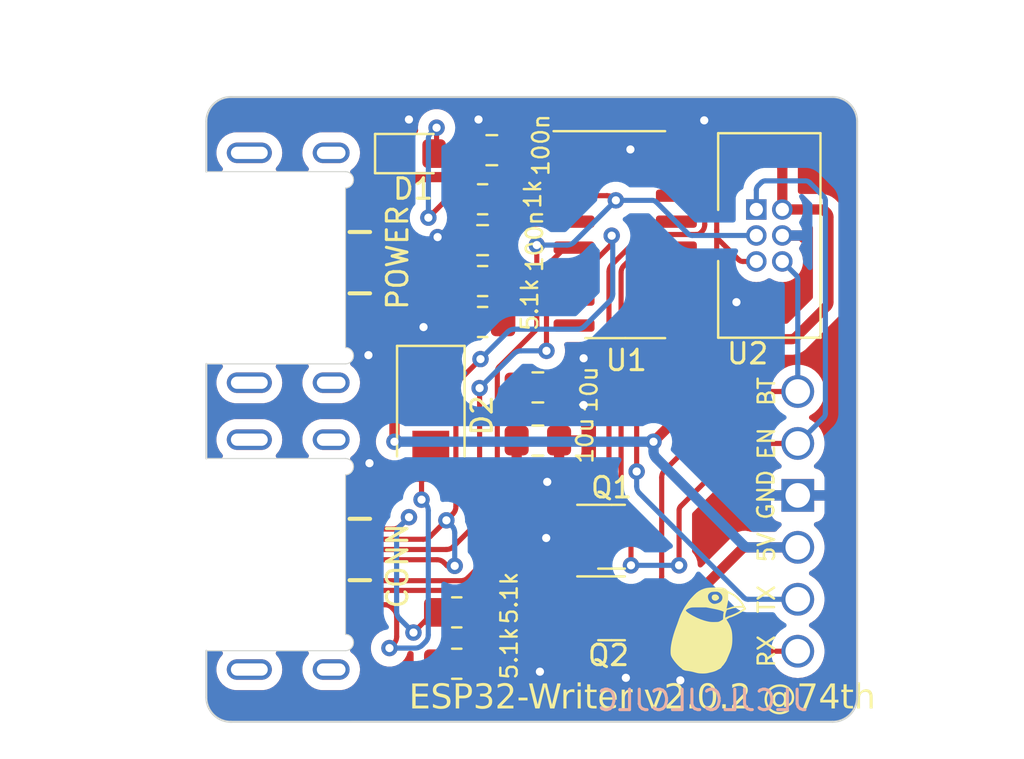
<source format=kicad_pcb>
(kicad_pcb (version 20221018) (generator pcbnew)
  (layers (0 "F.Cu" signal) (31 "B.Cu" signal) (34 "B.Paste" user) (35 "F.Paste" user) (36 "B.SilkS" user "B.Silkscreen") (37 "F.SilkS" user "F.Silkscreen") (38 "B.Mask" user) (39 "F.Mask" user) (44 "Edge.Cuts" user))
  (net 0 "")
  (net 1 "+5V")
  (net 2 "GND")
  (net 3 "+3.3V")
  (net 4 "Net-(D1-A)")
  (net 5 "Net-(D2-A)")
  (net 8 "Net-(J1-CC1)")
  (net 9 "Net-(J1-CC2)")
  (net 10 "RXD")
  (net 11 "TXD")
  (net 12 "RESET")
  (net 13 "BOOT")
  (net 14 "DM")
  (net 15 "DP")
  (net 16 "Net-(J3-CC1)")
  (net 17 "Net-(J3-CC2)")
  (net 18 "RTS")
  (net 19 "DTR")
  (footprint "$74th:Capacitor_0805_2012" (layer "F.Cu") (at 82.6 76)
    (fp_text reference "C1" hide)
    (fp_text value "10u" (at 2.5032 0.1016 90) (layer "F.SilkS") (effects (font (size 0.8 0.8) (thickness 0.12))))
    (pad "1" smd roundrect (at -1.0375 0) (size 1.175 1.45) (layers "F.Cu" "F.Paste" "F.Mask") (roundrect_rratio 0.2127659574) (net 1 "+5V"))
    (pad "2" smd roundrect (at 1.0375 0) (size 1.175 1.45) (layers "F.Cu" "F.Paste" "F.Mask") (roundrect_rratio 0.2127659574) (net 2 "GND"))
  )
  (footprint "$74th:USB-C-12-Pin-MidMount-ali-v4" (layer "F.Cu") (at 66.4 70.15 -90)
    (fp_text reference "J1" hide)
    (fp_text value "USB2.0_C")
    (fp_line (start -4.7 -6.8) (end -4.7 0) (stroke (width 0.05)) (layer "Edge.Cuts"))
    (fp_line (start 3.9 -6.8) (end -3.9 -6.8) (stroke (width 0.05)) (layer "Edge.Cuts"))
    (fp_line (start 4.7 -6.8) (end 4.7 0) (stroke (width 0.05)) (layer "Edge.Cuts"))
    (fp_arc (start -4.7 -6.8) (mid -4.3 -7.193079) (end -3.9 -6.8) (stroke (width 0.05)) (layer "Edge.Cuts"))
    (fp_arc (start 3.9 -6.8) (mid 4.3 -7.193079) (end 4.7 -6.8) (stroke (width 0.05)) (layer "Edge.Cuts"))
    (pad "" thru_hole oval (at -5.62 -6.1 90) (size 1 1.8) (drill oval 0.6 1.4) (layers "*.Cu" "*.Mask"))
    (pad "" thru_hole oval (at -5.62 -2.1 90) (size 1 2.2) (drill oval 0.6 1.8) (layers "*.Cu" "*.Mask"))
    (pad "" thru_hole oval (at 5.62 -6.1 90) (size 1 1.8) (drill oval 0.6 1.4) (layers "*.Cu" "*.Mask"))
    (pad "" thru_hole oval (at 5.62 -2.1 90) (size 1 2.2) (drill oval 0.6 1.8) (layers "*.Cu" "*.Mask"))
    (pad "1" smd rect (at -2.45 -7.4 90) (size 0.575 1.2) (layers "F.Cu" "F.Paste" "F.Mask") (net 1 "+5V"))
    (pad "1" smd rect (at 2.45 -7.4 90) (size 0.575 1.2) (layers "F.Cu" "F.Paste" "F.Mask") (net 1 "+5V"))
    (pad "2" smd rect (at -0.75 -7.4 90) (size 0.3 1.2) (layers "F.Cu" "F.Paste" "F.Mask"))
    (pad "2" smd rect (at 0.25 -7.4 90) (size 0.3 1.2) (layers "F.Cu" "F.Paste" "F.Mask"))
    (pad "3" smd rect (at -0.25 -7.4 90) (size 0.3 1.2) (layers "F.Cu" "F.Paste" "F.Mask"))
    (pad "3" smd rect (at 0.75 -7.4 90) (size 0.3 1.2) (layers "F.Cu" "F.Paste" "F.Mask"))
    (pad "4" smd rect (at -3.225 -7.4 90) (size 0.575 1.2) (layers "F.Cu" "F.Paste" "F.Mask") (net 2 "GND"))
    (pad "4" smd rect (at 3.225 -7.4 90) (size 0.575 1.2) (layers "F.Cu" "F.Paste" "F.Mask") (net 2 "GND"))
    (pad "5" smd rect (at -1.25 -7.4 90) (size 0.3 1.2) (layers "F.Cu" "F.Paste" "F.Mask") (net 8 "Net-(J1-CC1)"))
    (pad "6" smd rect (at 1.75 -7.4 90) (size 0.3 1.2) (layers "F.Cu" "F.Paste" "F.Mask") (net 9 "Net-(J1-CC2)"))
  )
  (footprint "$74th:74th-5mm" (layer "F.Cu") (at 90.8 88.1)
    (fp_text reference "G***" hide)
    (fp_text value "LOGO" hide)
  )
  (footprint "$74th:Register_0805_2012" (layer "F.Cu") (at 78.6368 87)
    (fp_text reference "R4" hide)
    (fp_text value "5.1k" (at 2.5632 -0.7 90) (layer "F.SilkS") (effects (font (size 0.8 0.8) (thickness 0.12))))
    (pad "1" smd roundrect (at -1 0) (size 1.2 1.4) (layers "F.Cu" "F.Paste" "F.Mask") (roundrect_rratio 0.2083333333) (net 16 "Net-(J3-CC1)"))
    (pad "2" smd roundrect (at 1 0) (size 1.2 1.4) (layers "F.Cu" "F.Paste" "F.Mask") (roundrect_rratio 0.2083333333) (net 2 "GND"))
  )
  (footprint "$74th:Capacitor_0805_2012" (layer "F.Cu") (at 82.6 78.6)
    (fp_text reference "C4" hide)
    (fp_text value "10u" (at 2.3 0 90) (layer "F.SilkS") (effects (font (size 0.8 0.8) (thickness 0.12))))
    (pad "1" smd roundrect (at -1.0375 0) (size 1.175 1.45) (layers "F.Cu" "F.Paste" "F.Mask") (roundrect_rratio 0.2127659574) (net 1 "+5V"))
    (pad "2" smd roundrect (at 1.0375 0) (size 1.175 1.45) (layers "F.Cu" "F.Paste" "F.Mask") (roundrect_rratio 0.2127659574) (net 2 "GND"))
  )
  (footprint "$74th:Register_0805_2012" (layer "F.Cu") (at 79.9 70.8)
    (fp_text reference "R1" hide)
    (fp_text value "5.1k" hide)
    (pad "1" smd roundrect (at -1 0) (size 1.2 1.4) (layers "F.Cu" "F.Paste" "F.Mask") (roundrect_rratio 0.2083333333) (net 8 "Net-(J1-CC1)"))
    (pad "2" smd roundrect (at 1 0) (size 1.2 1.4) (layers "F.Cu" "F.Paste" "F.Mask") (roundrect_rratio 0.2083333333) (net 2 "GND"))
  )
  (footprint "Package_TO_SOT_SMD:SOT-23" (layer "F.Cu") (at 86.2 86.8)
    (fp_text reference "Q2" (at -0.15 2.3) (layer "F.SilkS"))
    (fp_text value "2N7002")
    (pad "1" smd roundrect (at -0.9375 -0.95) (size 1.475 0.6) (layers "F.Cu" "F.Paste" "F.Mask") (net 18 "RTS"))
    (pad "2" smd roundrect (at -0.9375 0.95) (size 1.475 0.6) (layers "F.Cu" "F.Paste" "F.Mask") (net 19 "DTR"))
    (pad "3" smd roundrect (at 0.9375 0) (size 1.475 0.6) (layers "F.Cu" "F.Paste" "F.Mask") (net 13 "BOOT"))
  )
  (footprint "$74th:Capacitor_0805_2012" (layer "F.Cu") (at 79.9 68.8 180)
    (fp_text reference "C2" hide)
    (fp_text value "100n" (at -2.54 -0.0508 90) (layer "F.SilkS") (effects (font (size 0.8 0.8) (thickness 0.12))))
    (pad "1" smd roundrect (at -1.0375 0 180) (size 1.175 1.45) (layers "F.Cu" "F.Paste" "F.Mask") (roundrect_rratio 0.2127659574) (net 3 "+3.3V"))
    (pad "2" smd roundrect (at 1.0375 0 180) (size 1.175 1.45) (layers "F.Cu" "F.Paste" "F.Mask") (roundrect_rratio 0.2127659574) (net 2 "GND"))
  )
  (footprint "$74th:LED_0805_2012Metric_Pad1.15x1.40mm_HandSolder" (layer "F.Cu") (at 76.5048 64.5668)
    (fp_text reference "D1" (at 0 1.7272) (layer "F.SilkS"))
    (fp_text value "LED")
    (pad "1" smd roundrect (at -1.025 0) (size 1.15 1.4) (layers "F.Cu" "F.Paste" "F.Mask") (roundrect_rratio 0.2173913043) (net 2 "GND"))
    (pad "2" smd roundrect (at 1.025 0) (size 1.15 1.4) (layers "F.Cu" "F.Paste" "F.Mask") (roundrect_rratio 0.2173913043) (net 4 "Net-(D1-A)"))
  )
  (footprint "$74th:USB-C-12-Pin-MidMount-ali-v4" (layer "F.Cu") (at 66.4 84.175 -90)
    (fp_text reference "J3" hide)
    (fp_text value "USB2.0_C")
    (fp_line (start -4.7 -6.8) (end -4.7 0) (stroke (width 0.05)) (layer "Edge.Cuts"))
    (fp_line (start 3.9 -6.8) (end -3.9 -6.8) (stroke (width 0.05)) (layer "Edge.Cuts"))
    (fp_line (start 4.7 -6.8) (end 4.7 0) (stroke (width 0.05)) (layer "Edge.Cuts"))
    (fp_arc (start -4.7 -6.8) (mid -4.3 -7.193079) (end -3.9 -6.8) (stroke (width 0.05)) (layer "Edge.Cuts"))
    (fp_arc (start 3.9 -6.8) (mid 4.3 -7.193079) (end 4.7 -6.8) (stroke (width 0.05)) (layer "Edge.Cuts"))
    (pad "" thru_hole oval (at -5.62 -6.1 90) (size 1 1.8) (drill oval 0.6 1.4) (layers "*.Cu" "*.Mask"))
    (pad "" thru_hole oval (at -5.62 -2.1 90) (size 1 2.2) (drill oval 0.6 1.8) (layers "*.Cu" "*.Mask"))
    (pad "" thru_hole oval (at 5.62 -6.1 90) (size 1 1.8) (drill oval 0.6 1.4) (layers "*.Cu" "*.Mask"))
    (pad "" thru_hole oval (at 5.62 -2.1 90) (size 1 2.2) (drill oval 0.6 1.8) (layers "*.Cu" "*.Mask"))
    (pad "1" smd rect (at -2.45 -7.4 90) (size 0.575 1.2) (layers "F.Cu" "F.Paste" "F.Mask") (net 5 "Net-(D2-A)"))
    (pad "1" smd rect (at 2.45 -7.4 90) (size 0.575 1.2) (layers "F.Cu" "F.Paste" "F.Mask") (net 5 "Net-(D2-A)"))
    (pad "2" smd rect (at -0.75 -7.4 90) (size 0.3 1.2) (layers "F.Cu" "F.Paste" "F.Mask") (net 14 "DM"))
    (pad "2" smd rect (at 0.25 -7.4 90) (size 0.3 1.2) (layers "F.Cu" "F.Paste" "F.Mask") (net 14 "DM"))
    (pad "3" smd rect (at -0.25 -7.4 90) (size 0.3 1.2) (layers "F.Cu" "F.Paste" "F.Mask") (net 15 "DP"))
    (pad "3" smd rect (at 0.75 -7.4 90) (size 0.3 1.2) (layers "F.Cu" "F.Paste" "F.Mask") (net 15 "DP"))
    (pad "4" smd rect (at -3.225 -7.4 90) (size 0.575 1.2) (layers "F.Cu" "F.Paste" "F.Mask") (net 2 "GND"))
    (pad "4" smd rect (at 3.225 -7.4 90) (size 0.575 1.2) (layers "F.Cu" "F.Paste" "F.Mask") (net 2 "GND"))
    (pad "5" smd rect (at -1.25 -7.4 90) (size 0.3 1.2) (layers "F.Cu" "F.Paste" "F.Mask") (net 16 "Net-(J3-CC1)"))
    (pad "6" smd rect (at 1.75 -7.4 90) (size 0.3 1.2) (layers "F.Cu" "F.Paste" "F.Mask") (net 17 "Net-(J3-CC2)"))
  )
  (footprint "$74th:D_SMA" (layer "F.Cu") (at 77.3684 77.3684 -90)
    (fp_text reference "D2" (at 0 -2.5 90) (layer "F.SilkS"))
    (fp_text value "D_Schottky")
    (pad "1" smd rect (at -2 0 270) (size 2.5 1.8) (layers "F.Cu" "F.Paste" "F.Mask") (net 1 "+5V"))
    (pad "2" smd rect (at 2 0 270) (size 2.5 1.8) (layers "F.Cu" "F.Paste" "F.Mask") (net 5 "Net-(D2-A)"))
  )
  (footprint "$74th:BoxPinHeader_2x03_P1.27mm_Vertical" (layer "F.Cu") (at 93.91 68.57)
    (fp_text reference "U2" (at -1.06 5.78) (layer "F.SilkS"))
    (fp_text value "ESP-Prog-ProgramCOM-SEND")
    (pad "1" thru_hole rect (at -0.635 -1.27) (size 1 1) (drill 0.65) (layers "*.Cu" "*.Mask") (net 12 "RESET"))
    (pad "2" thru_hole oval (at 0.635 -1.27) (size 1 1) (drill 0.65) (layers "*.Cu" "*.Mask") (net 1 "+5V"))
    (pad "3" thru_hole oval (at -0.635 0) (size 1 1) (drill 0.65) (layers "*.Cu" "*.Mask") (net 10 "RXD"))
    (pad "4" thru_hole oval (at 0.635 0) (size 1 1) (drill 0.65) (layers "*.Cu" "*.Mask") (net 2 "GND"))
    (pad "5" thru_hole oval (at -0.635 1.27) (size 1 1) (drill 0.65) (layers "*.Cu" "*.Mask") (net 11 "TXD"))
    (pad "6" thru_hole oval (at 0.635 1.27) (size 1 1) (drill 0.65) (layers "*.Cu" "*.Mask") (net 13 "BOOT"))
  )
  (footprint "$74th:Register_0805_2012" (layer "F.Cu") (at 79.9 72.8)
    (fp_text reference "R2" hide)
    (fp_text value "5.1k" (at 2.3 -0.85 90) (layer "F.SilkS") (effects (font (size 0.8 0.8) (thickness 0.12))))
    (pad "1" smd roundrect (at -1 0) (size 1.2 1.4) (layers "F.Cu" "F.Paste" "F.Mask") (roundrect_rratio 0.2083333333) (net 9 "Net-(J1-CC2)"))
    (pad "2" smd roundrect (at 1 0) (size 1.2 1.4) (layers "F.Cu" "F.Paste" "F.Mask") (roundrect_rratio 0.2083333333) (net 2 "GND"))
  )
  (footprint "Package_SO:SOP-16_3.9x9.9mm_P1.27mm" (layer "F.Cu") (at 86.868 68.5292)
    (fp_text reference "U1" (at 0.0508 6.1468) (layer "F.SilkS"))
    (fp_text value "CH340C")
    (pad "1" smd roundrect (at -2.5 -4.445) (size 2 0.6) (layers "F.Cu" "F.Paste" "F.Mask") (net 2 "GND"))
    (pad "2" smd roundrect (at -2.5 -3.175) (size 2 0.6) (layers "F.Cu" "F.Paste" "F.Mask") (net 11 "TXD"))
    (pad "3" smd roundrect (at -2.5 -1.905) (size 2 0.6) (layers "F.Cu" "F.Paste" "F.Mask") (net 10 "RXD"))
    (pad "4" smd roundrect (at -2.5 -0.635) (size 2 0.6) (layers "F.Cu" "F.Paste" "F.Mask") (net 3 "+3.3V"))
    (pad "5" smd roundrect (at -2.5 0.635) (size 2 0.6) (layers "F.Cu" "F.Paste" "F.Mask") (net 15 "DP"))
    (pad "6" smd roundrect (at -2.5 1.905) (size 2 0.6) (layers "F.Cu" "F.Paste" "F.Mask") (net 14 "DM"))
    (pad "7" smd roundrect (at -2.5 3.175) (size 2 0.6) (layers "F.Cu" "F.Paste" "F.Mask"))
    (pad "8" smd roundrect (at -2.5 4.445) (size 2 0.6) (layers "F.Cu" "F.Paste" "F.Mask"))
    (pad "9" smd roundrect (at 2.5 4.445) (size 2 0.6) (layers "F.Cu" "F.Paste" "F.Mask"))
    (pad "10" smd roundrect (at 2.5 3.175) (size 2 0.6) (layers "F.Cu" "F.Paste" "F.Mask"))
    (pad "11" smd roundrect (at 2.5 1.905) (size 2 0.6) (layers "F.Cu" "F.Paste" "F.Mask"))
    (pad "12" smd roundrect (at 2.5 0.635) (size 2 0.6) (layers "F.Cu" "F.Paste" "F.Mask"))
    (pad "13" smd roundrect (at 2.5 -0.635) (size 2 0.6) (layers "F.Cu" "F.Paste" "F.Mask") (net 19 "DTR"))
    (pad "14" smd roundrect (at 2.5 -1.905) (size 2 0.6) (layers "F.Cu" "F.Paste" "F.Mask") (net 18 "RTS"))
    (pad "15" smd roundrect (at 2.5 -3.175) (size 2 0.6) (layers "F.Cu" "F.Paste" "F.Mask"))
    (pad "16" smd roundrect (at 2.5 -4.445) (size 2 0.6) (layers "F.Cu" "F.Paste" "F.Mask") (net 1 "+5V"))
  )
  (footprint "$74th:Register_0805_2012" (layer "F.Cu") (at 78.6368 89.5112)
    (fp_text reference "R5" hide)
    (fp_text value "5.1k" (at 2.5632 -0.5112 90) (layer "F.SilkS") (effects (font (size 0.8 0.8) (thickness 0.12))))
    (pad "1" smd roundrect (at -1 0) (size 1.2 1.4) (layers "F.Cu" "F.Paste" "F.Mask") (roundrect_rratio 0.2083333333) (net 17 "Net-(J3-CC2)"))
    (pad "2" smd roundrect (at 1 0) (size 1.2 1.4) (layers "F.Cu" "F.Paste" "F.Mask") (roundrect_rratio 0.2083333333) (net 2 "GND"))
  )
  (footprint "esp32-dev-board:UART" (layer "F.Cu") (at 94.03 90.17 90)
    (fp_text reference "J2")
    (fp_text value "UART-OUTPUT")
    (fp_text user "GND" (at 8.92 -0.28 90 unlocked) (layer "F.SilkS") (effects (font (size 0.8 0.8) (thickness 0.12))))
    (fp_text user "BT" (at 13.97 -0.254 90 unlocked) (layer "F.SilkS") (effects (font (size 0.8 0.8) (thickness 0.12))))
    (fp_text user "TX" (at 3.81 -0.254 90 unlocked) (layer "F.SilkS") (effects (font (size 0.8 0.8) (thickness 0.12))))
    (fp_text user "EN" (at 11.43 -0.254 90 unlocked) (layer "F.SilkS") (effects (font (size 0.8 0.8) (thickness 0.12))))
    (fp_text user "RX" (at 1.27 -0.254 90 unlocked) (layer "F.SilkS") (effects (font (size 0.8 0.8) (thickness 0.12))))
    (fp_text user "5V" (at 6.35 -0.254 90 unlocked) (layer "F.SilkS") (effects (font (size 0.8 0.8) (thickness 0.12))))
    (pad "1" thru_hole circle (at 1.27 1.27 180) (size 1.6 1.6) (drill 1.2) (layers "*.Cu" "*.Mask") (net 10 "RXD"))
    (pad "2" thru_hole circle (at 3.81 1.27 180) (size 1.6 1.6) (drill 1.2) (layers "*.Cu" "*.Mask") (net 11 "TXD"))
    (pad "3" thru_hole circle (at 6.35 1.27 180) (size 1.6 1.6) (drill 1.2) (layers "*.Cu" "*.Mask") (net 1 "+5V"))
    (pad "4" thru_hole rect (at 8.89 1.27 180) (size 1.6 1.6) (drill 1.2) (layers "*.Cu" "*.Mask") (net 2 "GND"))
    (pad "5" thru_hole circle (at 11.43 1.27 180) (size 1.6 1.6) (drill 1.2) (layers "*.Cu" "*.Mask") (net 12 "RESET"))
    (pad "6" thru_hole circle (at 13.97 1.27 180) (size 1.6 1.6) (drill 1.2) (layers "*.Cu" "*.Mask") (net 13 "BOOT"))
  )
  (footprint "Package_TO_SOT_SMD:SOT-23" (layer "F.Cu") (at 86.2 83.3)
    (fp_text reference "Q1" (at 0 -2.4) (layer "F.SilkS"))
    (fp_text value "2N7002")
    (pad "1" smd roundrect (at -0.9375 -0.95) (size 1.475 0.6) (layers "F.Cu" "F.Paste" "F.Mask") (net 19 "DTR"))
    (pad "2" smd roundrect (at -0.9375 0.95) (size 1.475 0.6) (layers "F.Cu" "F.Paste" "F.Mask") (net 18 "RTS"))
    (pad "3" smd roundrect (at 0.9375 0) (size 1.475 0.6) (layers "F.Cu" "F.Paste" "F.Mask") (net 12 "RESET"))
  )
  (footprint "$74th:Register_0805_2012" (layer "F.Cu") (at 79.9 66.8 180)
    (fp_text reference "R3" hide)
    (fp_text value "1k" (at -2.45 0.25 270) (layer "F.SilkS") (effects (font (size 0.8 0.8) (thickness 0.12))))
    (pad "1" smd roundrect (at -1 0 180) (size 1.2 1.4) (layers "F.Cu" "F.Paste" "F.Mask") (roundrect_rratio 0.2083333333) (net 1 "+5V"))
    (pad "2" smd roundrect (at 1 0 180) (size 1.2 1.4) (layers "F.Cu" "F.Paste" "F.Mask") (roundrect_rratio 0.2083333333) (net 4 "Net-(D1-A)"))
  )
  (footprint "$74th:Capacitor_0805_2012" (layer "F.Cu") (at 80.35 64.4 180)
    (fp_text reference "C3" hide)
    (fp_text value "100n" (at -2.4 0.25 90) (layer "F.SilkS") (effects (font (size 0.8 0.8) (thickness 0.12))))
    (pad "1" smd roundrect (at -1.0375 0 180) (size 1.175 1.45) (layers "F.Cu" "F.Paste" "F.Mask") (roundrect_rratio 0.2127659574) (net 1 "+5V"))
    (pad "2" smd roundrect (at 1.0375 0 180) (size 1.175 1.45) (layers "F.Cu" "F.Paste" "F.Mask") (roundrect_rratio 0.2127659574) (net 2 "GND"))
  )
  (gr_line (start 66.4 63) (end 66.4 65.45) (stroke (width 0.1)) (layer "Edge.Cuts"))
  (gr_line (start 66.4 74.85) (end 66.4 79.475) (stroke (width 0.1)) (layer "Edge.Cuts"))
  (gr_arc (start 66.4 63) (mid 66.751472 62.151472) (end 67.6 61.8) (stroke (width 0.1)) (layer "Edge.Cuts"))
  (gr_line (start 66.4 88.875) (end 66.4 91.151984) (stroke (width 0.1)) (layer "Edge.Cuts"))
  (gr_line (start 67.6 61.8) (end 97 61.8) (stroke (width 0.1)) (layer "Edge.Cuts"))
  (gr_arc (start 97 61.8) (mid 97.848528 62.151472) (end 98.2 63) (stroke (width 0.1)) (layer "Edge.Cuts"))
  (gr_line (start 98.2 63) (end 98.2 91.15) (stroke (width 0.1)) (layer "Edge.Cuts"))
  (gr_arc (start 67.6 92.350512) (mid 66.751552 92) (end 66.4 91.151984) (stroke (width 0.1)) (layer "Edge.Cuts"))
  (gr_line (start 67.6 92.350512) (end 97 92.35) (stroke (width 0.1)) (layer "Edge.Cuts"))
  (gr_arc (start 98.2 91.15) (mid 97.848528 91.998528) (end 97 92.35) (stroke (width 0.1)) (layer "Edge.Cuts"))
  (gr_text "JLCJLCJLCJLC\n" (at 90.65 91.3) (layer "B.SilkS") (effects (font (size 1 1)) (justify mirror)))
  (gr_text "ESP32-Writer v2.0.2 @74th" (at 87.7 91.2) (layer "F.SilkS") (effects (font (size 1.2 1.2))))
  (gr_text "CONN" (at 75.7428 84.7344 90) (layer "F.SilkS") (effects (font (size 1 1))))
  (gr_text "POWER" (at 75.7428 69.6468 90) (layer "F.SilkS") (effects (font (size 1 1))))
  (segment (start 84.284553 88.382253) (end 81.708946 85.806646) (width 0.5) (layer "F.Cu") (net 1))
  (segment (start 75.751247 72.751247) (end 75.853554 72.853554) (width 0.5) (layer "F.Cu") (net 1))
  (segment (start 87.734193 88.5287) (end 84.638107 88.5287) (width 0.5) (layer "F.Cu") (net 1))
  (segment (start 93.385917 73.643147) (end 94.982589 73.643147) (width 0.5) (layer "F.Cu") (net 1))
  (segment (start 75.2952 72.6048) (end 75.397693 72.6048) (width 0.5) (layer "F.Cu") (net 1))
  (segment (start 75.5916 76.002007) (end 75.5916 78.6546) (width 0.5) (layer "F.Cu") (net 1))
  (segment (start 76.1 66.950688) (end 76.1 66.324264) (width 0.5) (layer "F.Cu") (net 1))
  (segment (start 81.5625 76) (end 81.5625 78.6) (width 0.5) (layer "F.Cu") (net 1))
  (segment (start 83.241207 63.3047) (end 88.381393 63.3047) (width 0.5) (layer "F.Cu") (net 1))
  (segment (start 88.734947 63.451147) (end 89.368 64.0842) (width 0.5) (layer "F.Cu") (net 1))
  (segment (start 95.194721 73.555279) (end 96.712132 72.037868) (width 0.5) (layer "F.Cu") (net 1))
  (segment (start 79.762868 65.662868) (end 80.9 66.8) (width 0.5) (layer "F.Cu") (net 1))
  (segment (start 74.1976 72.6048) (end 75.2952 72.6048) (width 0.5) (layer "F.Cu") (net 1))
  (segment (start 96.712132 67.462132) (end 96.637868 67.387868) (width 0.5) (layer "F.Cu") (net 1))
  (segment (start 88.2502 78.6546) (end 93.173785 73.731015) (width 0.5) (layer "F.Cu") (net 1))
  (segment (start 92.75 83.82) (end 95.3 83.82) (width 0.5) (layer "F.Cu") (net 1))
  (segment (start 78.335051 65.575) (end 79.550736 65.575) (width 0.5) (layer "F.Cu") (net 1))
  (segment (start 75.2952 72.6048) (end 75.4729 72.6048) (width 0.5) (layer "F.Cu") (net 1))
  (segment (start 81.5625 85.453093) (end 81.5625 78.6) (width 0.5) (layer "F.Cu") (net 1))
  (segment (start 76.495332 65.804668) (end 76.187868 66.112132) (width 0.5) (layer "F.Cu") (net 1))
  (segment (start 76.146447 74.146447) (end 77.3684 75.3684) (width 0.5) (layer "F.Cu") (net 1))
  (segment (start 77.3684 75.3684) (end 76.225207 75.3684) (width 0.5) (layer "F.Cu") (net 1))
  (segment (start 94.545 67.3) (end 94.545 65.269264) (width 0.5) (layer "F.Cu") (net 1))
  (segment (start 81.712132 64.924632) (end 81.3875 64.6) (width 0.5) (layer "F.Cu") (net 1))
  (segment (start 75.871653 75.514847) (end 75.738046 75.648454) (width 0.5) (layer "F.Cu") (net 1))
  (segment (start 96.8 71.825736) (end 96.8 67.674264) (width 0.5) (layer "F.Cu") (net 1))
  (segment (start 81.8 65.775736) (end 81.8 65.136764) (width 0.5) (layer "F.Cu") (net 1))
  (segment (start 89.368 64.0842) (end 93.359936 64.0842) (width 0.5) (layer "F.Cu") (net 1))
  (segment (start 94.457132 65.057132) (end 93.572068 64.172068) (width 0.5) (layer "F.Cu") (net 1))
  (segment (start 92.7 83.77) (end 92.75 83.82) (width 0.5) (layer "F.Cu") (net 1))
  (segment (start 80.9 66.8) (end 81.712132 65.987868) (width 0.5) (layer "F.Cu") (net 1))
  (segment (start 74.1976 67.7048) (end 75.265793 67.7048) (width 0.5) (layer "F.Cu") (net 1))
  (segment (start 76 73.207107) (end 76 73.792893) (width 0.5) (layer "F.Cu") (net 1))
  (segment (start 75.571608 67.603344) (end 76.012132 67.16282) (width 0.5) (layer "F.Cu") (net 1))
  (segment (start 96.425736 67.3) (end 94.545 67.3) (width 0.5) (layer "F.Cu") (net 1))
  (segment (start 78.193251 65.7168) (end 76.707464 65.7168) (width 0.5) (layer "F.Cu") (net 1))
  (segment (start 81.7196 64.6192) (end 82.887654 63.451146) (width 0.5) (layer "F.Cu") (net 1))
  (segment (start 92.7 83.77) (end 88.087746 88.382254) (width 0.5) (layer "F.Cu") (net 1))
  (via (at 75.5916 78.6546) (size 0.8) (drill 0.4) (layers "F.Cu" "B.Cu") (net 1))
  (via (at 88.2502 78.6546) (size 0.8) (drill 0.4) (layers "F.Cu" "B.Cu") (net 1))
  (arc (start 79.762868 65.662868) (mid 79.665541 65.597836) (end 79.550736 65.575) (width 0.5) (layer "F.Cu") (net 1))
  (arc (start 75.871653 75.514847) (mid 76.033865 75.40646) (end 76.225207 75.3684) (width 0.5) (layer "F.Cu") (net 1))
  (arc (start 95.194721 73.555279) (mid 95.097394 73.620311) (end 94.982589 73.643147) (width 0.5) (layer "F.Cu") (net 1))
  (arc (start 96.712132 72.037868) (mid 96.777164 71.940541) (end 96.8 71.825736) (width 0.5) (layer "F.Cu") (net 1))
  (arc (start 76.187868 66.112132) (mid 76.122836 66.209459) (end 76.1 66.324264) (width 0.5) (layer "F.Cu") (net 1))
  (arc (start 76.707464 65.7168) (mid 76.592659 65.739636) (end 76.495332 65.804668) (width 0.5) (layer "F.Cu") (net 1))
  (arc (start 75.5916 76.002007) (mid 75.62966 75.810666) (end 75.738046 75.648454) (width 0.5) (layer "F.Cu") (net 1))
  (arc (start 75.265793 67.7048) (mid 75.426514 67.678267) (end 75.571608 67.603344) (width 0.5) (layer "F.Cu") (net 1))
  (arc (start 88.381393 63.3047) (mid 88.572735 63.34276) (end 88.734947 63.451147) (width 0.5) (layer "F.Cu") (net 1))
  (arc (start 83.241207 63.3047) (mid 83.049866 63.34276) (end 82.887654 63.451146) (width 0.5) (layer "F.Cu") (net 1))
  (arc (start 75.397693 72.6048) (mid 75.589035 72.64286) (end 75.751247 72.751247) (width 0.5) (layer "F.Cu") (net 1))
  (arc (start 93.173785 73.731015) (mid 93.271112 73.665983) (end 93.385917 73.643147) (width 0.5) (layer "F.Cu") (net 1))
  (arc (start 96.712132 67.462132) (mid 96.777164 67.559459) (end 96.8 67.674264) (width 0.5) (layer "F.Cu") (net 1))
  (arc (start 94.545 65.269264) (mid 94.522164 65.154459) (end 94.457132 65.057132) (width 0.5) (layer "F.Cu") (net 1))
  (arc (start 76.146447 74.146447) (mid 76.03806 73.984235) (end 76 73.792893) (width 0.5) (layer "F.Cu") (net 1))
  (arc (start 96.425736 67.3) (mid 96.540541 67.322836) (end 96.637868 67.387868) (width 0.5) (layer "F.Cu") (net 1))
  (arc (start 84.284553 88.382253) (mid 84.446765 88.49064) (end 84.638107 88.5287) (width 0.5) (layer "F.Cu") (net 1))
  (arc (start 88.087746 88.382254) (mid 87.925534 88.49064) (end 87.734193 88.5287) (width 0.5) (layer "F.Cu") (net 1))
  (arc (start 76.012132 67.16282) (mid 76.077164 67.065493) (end 76.1 66.950688) (width 0.5) (layer "F.Cu") (net 1))
  (arc (start 81.712132 65.987868) (mid 81.777164 65.890541) (end 81.8 65.775736) (width 0.5) (layer "F.Cu") (net 1))
  (arc (start 76 73.207107) (mid 75.96194 73.015766) (end 75.853554 72.853554) (width 0.5) (layer "F.Cu") (net 1))
  (arc (start 81.5625 85.453093) (mid 81.60056 85.644434) (end 81.708946 85.806646) (width 0.5) (layer "F.Cu") (net 1))
  (arc (start 81.8 65.136764) (mid 81.777164 65.021959) (end 81.712132 64.924632) (width 0.5) (layer "F.Cu") (net 1))
  (arc (start 93.359936 64.0842) (mid 93.474741 64.107036) (end 93.572068 64.172068) (width 0.5) (layer "F.Cu") (net 1))
  (segment (start 88.396646 79.466646) (end 92.662132 83.732132) (width 0.5) (layer "B.Cu") (net 1))
  (segment (start 88.2502 78.6546) (end 75.5916 78.6546) (width 0.5) (layer "B.Cu") (net 1))
  (segment (start 92.874264 83.82) (end 95.3 83.82) (width 0.5) (layer "B.Cu") (net 1))
  (segment (start 88.2502 78.6546) (end 88.2502 79.113093) (width 0.5) (layer "B.Cu") (net 1))
  (arc (start 92.874264 83.82) (mid 92.759459 83.797164) (end 92.662132 83.732132) (width 0.5) (layer "B.Cu") (net 1))
  (arc (start 88.2502 79.113093) (mid 88.28826 79.304434) (end 88.396646 79.466646) (width 0.5) (layer "B.Cu") (net 1))
  (segment (start 83.6375 76) (end 84.9 76) (width 0.5) (layer "F.Cu") (net 2))
  (segment (start 85.1 75.8) (end 85.1 74.8384) (width 0.5) (layer "F.Cu") (net 2))
  (segment (start 82.7 89.1) (end 80.4696 86.8696) (width 0.5) (layer "F.Cu") (net 2))
  (segment (start 82.7 89.9) (end 82.7 89.1) (width 0.5) (layer "F.Cu") (net 2))
  (segment (start 80.95 70.7) (end 80.7625 70.7) (width 0.5) (layer "F.Cu") (net 2))
  (segment (start 80.4696 86.8696) (end 79.6368 86.8696) (width 0.5) (layer "F.Cu") (net 2))
  (segment (start 79.3125 63.2875) (end 79.7 62.9) (width 0.5) (layer "F.Cu") (net 2))
  (segment (start 94.545 68.57) (end 95.47 68.57) (width 0.5) (layer "F.Cu") (net 2))
  (segment (start 80.7625 70.7) (end 78.8625 68.8) (width 0.5) (layer "F.Cu") (net 2))
  (segment (start 84.9 76) (end 85.1 75.8) (width 0.5) (layer "F.Cu") (net 2))
  (segment (start 95.47 68.57) (end 95.6 68.7) (width 0.5) (layer "F.Cu") (net 2))
  (segment (start 80.95 72.65) (end 80.95 70.7) (width 0.5) (layer "F.Cu") (net 2))
  (segment (start 79.3125 64.4) (end 79.3125 63.2875) (width 0.5) (layer "F.Cu") (net 2))
  (segment (start 84.368 64.0842) (end 86.8426 64.0842) (width 0.25) (layer "F.Cu") (net 2))
  (segment (start 86.8426 64.0842) (end 87.122 64.3636) (width 0.25) (layer "F.Cu") (net 2))
  (segment (start 85.1 74.8384) (end 84.836 74.5744) (width 0.5) (layer "F.Cu") (net 2))
  (via (at 83.058 80.6196) (size 0.8) (drill 0.4) (layers "F.Cu" "B.Cu") (net 2))
  (via (at 77.0128 73.0504) (size 0.8) (drill 0.4) (layers "F.Cu" "B.Cu") (net 2))
  (via (at 77.7 68.65) (size 0.8) (drill 0.4) (layers "F.Cu" "B.Cu") (net 2))
  (via (at 89.5604 90.3224) (size 0.8) (drill 0.4) (layers "F.Cu" "B.Cu") (net 2))
  (via (at 90.7288 62.9412) (size 0.8) (drill 0.4) (layers "F.Cu" "B.Cu") (net 2))
  (via (at 87.122 64.3636) (size 0.8) (drill 0.4) (layers "F.Cu" "B.Cu") (net 2))
  (via (at 84.836 76.8604) (size 0.8) (drill 0.4) (layers "F.Cu" "B.Cu") (net 2))
  (via (at 92.3036 71.8312) (size 0.8) (drill 0.4) (layers "F.Cu" "B.Cu") (net 2))
  (via (at 76.3 62.9) (size 0.8) (drill 0.4) (layers "F.Cu" "B.Cu") (net 2))
  (via (at 74.3204 74.422) (size 0.8) (drill 0.4) (layers "F.Cu" "B.Cu") (net 2))
  (via (at 82.7 89.9) (size 0.8) (drill 0.4) (layers "F.Cu" "B.Cu") (net 2))
  (via (at 74.3712 79.7052) (size 0.8) (drill 0.4) (layers "F.Cu" "B.Cu") (net 2))
  (via (at 84.836 74.5744) (size 0.8) (drill 0.4) (layers "F.Cu" "B.Cu") (net 2))
  (via (at 83.0072 83.3628) (size 0.8) (drill 0.4) (layers "F.Cu" "B.Cu") (net 2))
  (via (at 86.9 90.2) (size 0.8) (drill 0.4) (layers "F.Cu" "B.Cu") (net 2))
  (via (at 79.7 62.9) (size 0.8) (drill 0.4) (layers "F.Cu" "B.Cu") (net 2))
  (segment (start 81.025368 68.504439) (end 81.547739 67.982068) (width 0.5) (layer "F.Cu") (net 3))
  (segment (start 81.759871 67.8942) (end 84.368 67.8942) (width 0.5) (layer "F.Cu") (net 3))
  (segment (start 80.9375 68.8) (end 80.9375 68.716571) (width 0.5) (layer "F.Cu") (net 3))
  (arc (start 81.025368 68.504439) (mid 80.960336 68.601766) (end 80.9375 68.716571) (width 0.5) (layer "F.Cu") (net 3))
  (arc (start 81.759871 67.8942) (mid 81.645066 67.917036) (end 81.547739 67.982068) (width 0.5) (layer "F.Cu") (net 3))
  (segment (start 77.562132 64.534468) (end 77.5298 64.5668) (width 0.25) (layer "F.Cu") (net 4))
  (segment (start 77.65 63.3) (end 77.65 64.322336) (width 0.25) (layer "F.Cu") (net 4))
  (segment (start 78.062132 66.887868) (end 77.25 67.7) (width 0.25) (layer "F.Cu") (net 4))
  (segment (start 78.9 66.8) (end 78.274264 66.8) (width 0.25) (layer "F.Cu") (net 4))
  (via (at 77.65 63.3) (size 0.8) (drill 0.4) (layers "F.Cu" "B.Cu") (net 4))
  (via (at 77.25 67.7) (size 0.8) (drill 0.4) (layers "F.Cu" "B.Cu") (net 4))
  (arc (start 77.562132 64.534468) (mid 77.627164 64.437141) (end 77.65 64.322336) (width 0.25) (layer "F.Cu") (net 4))
  (arc (start 78.062132 66.887868) (mid 78.159459 66.822836) (end 78.274264 66.8) (width 0.25) (layer "F.Cu") (net 4))
  (segment (start 77.337868 63.612132) (end 77.65 63.3) (width 0.25) (layer "B.Cu") (net 4))
  (segment (start 77.25 67.7) (end 77.25 63.824264) (width 0.25) (layer "B.Cu") (net 4))
  (arc (start 77.337868 63.612132) (mid 77.272836 63.709459) (end 77.25 63.824264) (width 0.25) (layer "B.Cu") (net 4))
  (segment (start 74.1976 81.7256) (end 75.167293 81.7256) (width 0.25) (layer "F.Cu") (net 5))
  (segment (start 75.520847 81.579153) (end 75.659304 81.440696) (width 0.25) (layer "F.Cu") (net 5))
  (segment (start 75.472047 86.772047) (end 75.553554 86.853554) (width 0.25) (layer "F.Cu") (net 5))
  (segment (start 75.553553 88.539547) (end 75.3479 88.7452) (width 0.25) (layer "F.Cu") (net 5))
  (segment (start 77.3684 79.3684) (end 76.783 79.3684) (width 0.25) (layer "F.Cu") (net 5))
  (segment (start 75.952197 80.199203) (end 76.783 79.3684) (width 0.25) (layer "F.Cu") (net 5))
  (segment (start 75.7 87.207107) (end 75.7 88.185993) (width 0.25) (layer "F.Cu") (net 5))
  (segment (start 76.783 79.3684) (end 76.827932 79.413332) (width 0.25) (layer "F.Cu") (net 5))
  (segment (start 74.1976 86.6256) (end 75.118493 86.6256) (width 0.25) (layer "F.Cu") (net 5))
  (segment (start 76.9158 79.625464) (end 76.9158 81.489) (width 0.25) (layer "F.Cu") (net 5))
  (segment (start 75.80575 81.087143) (end 75.80575 80.552757) (width 0.25) (layer "F.Cu") (net 5))
  (via (at 76.9158 81.489) (size 0.8) (drill 0.4) (layers "F.Cu" "B.Cu") (net 5))
  (via (at 75.3479 88.7452) (size 0.8) (drill 0.4) (layers "F.Cu" "B.Cu") (net 5))
  (arc (start 75.553553 88.539547) (mid 75.66194 88.377335) (end 75.7 88.185993) (width 0.25) (layer "F.Cu") (net 5))
  (arc (start 76.9158 79.625464) (mid 76.892964 79.510659) (end 76.827932 79.413332) (width 0.25) (layer "F.Cu") (net 5))
  (arc (start 75.472047 86.772047) (mid 75.309835 86.66366) (end 75.118493 86.6256) (width 0.25) (layer "F.Cu") (net 5))
  (arc (start 75.553554 86.853554) (mid 75.66194 87.015766) (end 75.7 87.207107) (width 0.25) (layer "F.Cu") (net 5))
  (arc (start 75.520847 81.579153) (mid 75.358635 81.68754) (end 75.167293 81.7256) (width 0.25) (layer "F.Cu") (net 5))
  (arc (start 75.80575 81.087143) (mid 75.76769 81.278484) (end 75.659304 81.440696) (width 0.25) (layer "F.Cu") (net 5))
  (arc (start 75.952197 80.199203) (mid 75.84381 80.361415) (end 75.80575 80.552757) (width 0.25) (layer "F.Cu") (net 5))
  (segment (start 76.9158 81.489) (end 77.099754 81.672954) (width 0.25) (layer "B.Cu") (net 5))
  (segment (start 77.2462 82.026507) (end 77.2462 88.097893) (width 0.25) (layer "B.Cu") (net 5))
  (segment (start 76.598893 88.7452) (end 75.3479 88.7452) (width 0.25) (layer "B.Cu") (net 5))
  (segment (start 77.099753 88.451447) (end 76.952446 88.598754) (width 0.25) (layer "B.Cu") (net 5))
  (arc (start 77.099753 88.451447) (mid 77.20814 88.289235) (end 77.2462 88.097893) (width 0.25) (layer "B.Cu") (net 5))
  (arc (start 76.952446 88.598754) (mid 76.790234 88.70714) (end 76.598893 88.7452) (width 0.25) (layer "B.Cu") (net 5))
  (arc (start 77.2462 82.026507) (mid 77.20814 81.835166) (end 77.099754 81.672954) (width 0.25) (layer "B.Cu") (net 5))
  (segment (start 78.85 70.8) (end 78.424264 70.8) (width 0.25) (layer "F.Cu") (net 8))
  (segment (start 74.1976 68.9048) (end 76.280536 68.9048) (width 0.25) (layer "F.Cu") (net 8))
  (segment (start 78.212132 70.712132) (end 76.492668 68.992668) (width 0.25) (layer "F.Cu") (net 8))
  (arc (start 78.424264 70.8) (mid 78.309459 70.777164) (end 78.212132 70.712132) (width 0.25) (layer "F.Cu") (net 8))
  (arc (start 76.280536 68.9048) (mid 76.395341 68.927636) (end 76.492668 68.992668) (width 0.25) (layer "F.Cu") (net 8))
  (segment (start 74.1976 71.9048) (end 77.630536 71.9048) (width 0.25) (layer "F.Cu") (net 9))
  (segment (start 78.85 72.75) (end 78.724264 72.75) (width 0.25) (layer "F.Cu") (net 9))
  (segment (start 78.512132 72.662132) (end 77.842668 71.992668) (width 0.25) (layer "F.Cu") (net 9))
  (arc (start 77.842668 71.992668) (mid 77.745341 71.927636) (end 77.630536 71.9048) (width 0.25) (layer "F.Cu") (net 9))
  (arc (start 78.512132 72.662132) (mid 78.609459 72.727164) (end 78.724264 72.75) (width 0.25) (layer "F.Cu") (net 9))
  (segment (start 90.582468 89.017532) (end 90.612132 88.987868) (width 0.25) (layer "F.Cu") (net 10))
  (segment (start 80.6189 75.205364) (end 80.6189 85.403093) (width 0.25) (layer "F.Cu") (net 10))
  (segment (start 86.328647 66.770647) (end 86.4108 66.8528) (width 0.25) (layer "F.Cu") (net 10))
  (segment (start 84.368 66.6242) (end 85.975093 66.6242) (width 0.25) (layer "F.Cu") (net 10))
  (segment (start 82.459832 73.240168) (end 80.706768 74.993232) (width 0.25) (layer "F.Cu") (net 10))
  (segment (start 84.321207 89.1054) (end 90.370336 89.1054) (width 0.25) (layer "F.Cu") (net 10))
  (segment (start 90.824264 88.9) (end 95.3 88.9) (width 0.25) (layer "F.Cu") (net 10))
  (segment (start 80.765347 85.756647) (end 83.967654 88.958954) (width 0.25) (layer "F.Cu") (net 10))
  (segment (start 82.5477 69.0395) (end 82.5477 73.028036) (width 0.25) (layer "F.Cu") (net 10))
  (via (at 82.5477 69.0395) (size 0.8) (drill 0.4) (layers "F.Cu" "B.Cu") (net 10))
  (via (at 86.4108 66.8528) (size 0.8) (drill 0.4) (layers "F.Cu" "B.Cu") (net 10))
  (arc (start 90.370336 89.1054) (mid 90.485141 89.082564) (end 90.582468 89.017532) (width 0.25) (layer "F.Cu") (net 10))
  (arc (start 80.6189 75.205364) (mid 80.641736 75.090559) (end 80.706768 74.993232) (width 0.25) (layer "F.Cu") (net 10))
  (arc (start 83.967654 88.958954) (mid 84.129866 89.06734) (end 84.321207 89.1054) (width 0.25) (layer "F.Cu") (net 10))
  (arc (start 86.328647 66.770647) (mid 86.166435 66.66226) (end 85.975093 66.6242) (width 0.25) (layer "F.Cu") (net 10))
  (arc (start 82.5477 73.028036) (mid 82.524864 73.142841) (end 82.459832 73.240168) (width 0.25) (layer "F.Cu") (net 10))
  (arc (start 80.6189 85.403093) (mid 80.65696 85.594435) (end 80.765347 85.756647) (width 0.25) (layer "F.Cu") (net 10))
  (arc (start 90.612132 88.987868) (mid 90.709459 88.922836) (end 90.824264 88.9) (width 0.25) (layer "F.Cu") (net 10))
  (segment (start 86.4108 66.8528) (end 88.178536 66.8528) (width 0.25) (layer "B.Cu") (net 10))
  (segment (start 86.4108 66.8528) (end 84.370546 68.893054) (width 0.25) (layer "B.Cu") (net 10))
  (segment (start 93.275 68.57) (end 90.144264 68.57) (width 0.25) (layer "B.Cu") (net 10))
  (segment (start 89.932132 68.482132) (end 88.390668 66.940668) (width 0.25) (layer "B.Cu") (net 10))
  (segment (start 84.016993 69.0395) (end 82.5477 69.0395) (width 0.25) (layer "B.Cu") (net 10))
  (arc (start 90.144264 68.57) (mid 90.029459 68.547164) (end 89.932132 68.482132) (width 0.25) (layer "B.Cu") (net 10))
  (arc (start 84.016993 69.0395) (mid 84.208334 69.00144) (end 84.370546 68.893054) (width 0.25) (layer "B.Cu") (net 10))
  (arc (start 88.178536 66.8528) (mid 88.293341 66.875636) (end 88.390668 66.940668) (width 0.25) (layer "B.Cu") (net 10))
  (segment (start 87.039847 65.500647) (end 87.392434 65.853234) (width 0.25) (layer "F.Cu") (net 11))
  (segment (start 93.275 69.84) (end 92.621064 69.84) (width 0.25) (layer "F.Cu") (net 11))
  (segment (start 91.3384 68.2884) (end 91.3384 68.6816) (width 0.25) (layer "F.Cu") (net 11))
  (segment (start 90.976847 67.151647) (end 91.191954 67.366754) (width 0.25) (layer "F.Cu") (net 11))
  (segment (start 91.3384 67.720307) (end 91.3384 68.2884) (width 0.25) (layer "F.Cu") (net 11))
  (segment (start 87.745987 65.99968) (end 90.227373 65.99968) (width 0.25) (layer "F.Cu") (net 11))
  (segment (start 91.191953 73.298447) (end 87.573246 76.917154) (width 0.25) (layer "F.Cu") (net 11))
  (segment (start 92.408932 69.752132) (end 91.3384 68.6816) (width 0.25) (layer "F.Cu") (net 11))
  (segment (start 90.8304 66.602707) (end 90.8304 66.798093) (width 0.25) (layer "F.Cu") (net 11))
  (segment (start 90.580927 66.146127) (end 90.683954 66.249154) (width 0.25) (layer "F.Cu") (net 11))
  (segment (start 84.368 65.3542) (end 86.686293 65.3542) (width 0.25) (layer "F.Cu") (net 11))
  (segment (start 91.3384 68.6816) (end 91.3384 72.944893) (width 0.25) (layer "F.Cu") (net 11))
  (segment (start 87.4268 77.270707) (end 87.4268 80.1116) (width 0.25) (layer "F.Cu") (net 11))
  (via (at 87.4268 80.1116) (size 0.8) (drill 0.4) (layers "F.Cu" "B.Cu") (net 11))
  (arc (start 92.621064 69.84) (mid 92.506259 69.817164) (end 92.408932 69.752132) (width 0.25) (layer "F.Cu") (net 11))
  (arc (start 91.191954 67.366754) (mid 91.30034 67.528966) (end 91.3384 67.720307) (width 0.25) (layer "F.Cu") (net 11))
  (arc (start 90.683954 66.249154) (mid 90.79234 66.411366) (end 90.8304 66.602707) (width 0.25) (layer "F.Cu") (net 11))
  (arc (start 87.745987 65.99968) (mid 87.554646 65.96162) (end 87.392434 65.853234) (width 0.25) (layer "F.Cu") (net 11))
  (arc (start 90.976847 67.151647) (mid 90.86846 66.989435) (end 90.8304 66.798093) (width 0.25) (layer "F.Cu") (net 11))
  (arc (start 90.227373 65.99968) (mid 90.418715 66.03774) (end 90.580927 66.146127) (width 0.25) (layer "F.Cu") (net 11))
  (arc (start 91.191953 73.298447) (mid 91.30034 73.136235) (end 91.3384 72.944893) (width 0.25) (layer "F.Cu") (net 11))
  (arc (start 87.039847 65.500647) (mid 86.877635 65.39226) (end 86.686293 65.3542) (width 0.25) (layer "F.Cu") (net 11))
  (arc (start 87.573246 76.917154) (mid 87.46486 77.079366) (end 87.4268 77.270707) (width 0.25) (layer "F.Cu") (net 11))
  (segment (start 87.4268 80.1116) (end 87.4268 80.829693) (width 0.25) (layer "B.Cu") (net 11))
  (segment (start 92.874264 86.36) (end 95.3 86.36) (width 0.25) (layer "B.Cu") (net 11))
  (segment (start 87.573247 81.183247) (end 92.662132 86.272132) (width 0.25) (layer "B.Cu") (net 11))
  (arc (start 87.4268 80.829693) (mid 87.46486 81.021035) (end 87.573247 81.183247) (width 0.25) (layer "B.Cu") (net 11))
  (arc (start 92.662132 86.272132) (mid 92.759459 86.337164) (end 92.874264 86.36) (width 0.25) (layer "B.Cu") (net 11))
  (segment (start 87.15 83.3125) (end 87.1375 83.3) (width 0.25) (layer "F.Cu") (net 12))
  (segment (start 87.15 84.7) (end 87.15 83.3125) (width 0.25) (layer "F.Cu") (net 12))
  (segment (start 89.5 84.7) (end 89.5 82.014264) (width 0.25) (layer "F.Cu") (net 12))
  (segment (start 89.587868 81.802132) (end 92.562132 78.827868) (width 0.25) (layer "F.Cu") (net 12))
  (segment (start 95.3 78.74) (end 92.774264 78.74) (width 0.25) (layer "F.Cu") (net 12))
  (via (at 87.15 84.7) (size 0.8) (drill 0.4) (layers "F.Cu" "B.Cu") (net 12))
  (via (at 89.5 84.7) (size 0.8) (drill 0.4) (layers "F.Cu" "B.Cu") (net 12))
  (arc (start 92.774264 78.74) (mid 92.659459 78.762836) (end 92.562132 78.827868) (width 0.25) (layer "F.Cu") (net 12))
  (arc (start 89.587868 81.802132) (mid 89.522836 81.899459) (end 89.5 82.014264) (width 0.25) (layer "F.Cu") (net 12))
  (segment (start 95.675736 65.9) (end 93.724264 65.9) (width 0.25) (layer "B.Cu") (net 12))
  (segment (start 96.562132 66.662132) (end 95.887868 65.987868) (width 0.25) (layer "B.Cu") (net 12))
  (segment (start 96.65 77.265736) (end 96.65 66.874264) (width 0.25) (layer "B.Cu") (net 12))
  (segment (start 89.5 84.7) (end 87.15 84.7) (width 0.25) (layer "B.Cu") (net 12))
  (segment (start 93.512132 65.987868) (end 93.362868 66.137132) (width 0.25) (layer "B.Cu") (net 12))
  (segment (start 95.3 78.74) (end 96.562132 77.477868) (width 0.25) (layer "B.Cu") (net 12))
  (segment (start 93.275 66.349264) (end 93.275 67.3) (width 0.25) (layer "B.Cu") (net 12))
  (arc (start 96.65 66.874264) (mid 96.627164 66.759459) (end 96.562132 66.662132) (width 0.25) (layer "B.Cu") (net 12))
  (arc (start 95.675736 65.9) (mid 95.790541 65.922836) (end 95.887868 65.987868) (width 0.25) (layer "B.Cu") (net 12))
  (arc (start 93.724264 65.9) (mid 93.609459 65.922836) (end 93.512132 65.987868) (width 0.25) (layer "B.Cu") (net 12))
  (arc (start 93.275 66.349264) (mid 93.297836 66.234459) (end 93.362868 66.137132) (width 0.25) (layer "B.Cu") (net 12))
  (arc (start 96.562132 77.477868) (mid 96.627164 77.380541) (end 96.65 77.265736) (width 0.25) (layer "B.Cu") (net 12))
  (segment (start 88.65 80.407107) (end 88.65 85.242893) (width 0.25) (layer "F.Cu") (net 13))
  (segment (start 88.503553 85.596447) (end 87.387868 86.712132) (width 0.25) (layer "F.Cu") (net 13))
  (segment (start 92.562132 76.287868) (end 88.796446 80.053554) (width 0.25) (layer "F.Cu") (net 13))
  (segment (start 95.3 76.2) (end 92.774264 76.2) (width 0.25) (layer "F.Cu") (net 13))
  (segment (start 87.175736 86.8) (end 87.1375 86.8) (width 0.25) (layer "F.Cu") (net 13))
  (arc (start 88.796446 80.053554) (mid 88.68806 80.215766) (end 88.65 80.407107) (width 0.25) (layer "F.Cu") (net 13))
  (arc (start 92.562132 76.287868) (mid 92.659459 76.222836) (end 92.774264 76.2) (width 0.25) (layer "F.Cu") (net 13))
  (arc (start 87.387868 86.712132) (mid 87.290541 86.777164) (end 87.175736 86.8) (width 0.25) (layer "F.Cu") (net 13))
  (arc (start 88.65 85.242893) (mid 88.61194 85.434235) (end 88.503553 85.596447) (width 0.25) (layer "F.Cu") (net 13))
  (segment (start 95.3 76.2) (end 95.3 70.719264) (width 0.25) (layer "B.Cu") (net 13))
  (segment (start 95.212132 70.507132) (end 94.545 69.84) (width 0.25) (layer "B.Cu") (net 13))
  (arc (start 95.212132 70.507132) (mid 95.277164 70.604459) (end 95.3 70.719264) (width 0.25) (layer "B.Cu") (net 13))
  (segment (start 86.061153 69.142119) (end 84.915518 70.287754) (width 0.25) (layer "F.Cu") (net 14))
  (segment (start 78.173389 84.726589) (end 78.5368 84.726589) (width 0.25) (layer "F.Cu") (net 14))
  (segment (start 86.2076 68.58) (end 86.2076 68.788565) (width 0.25) (layer "F.Cu") (net 14))
  (segment (start 78.740247 75.671353) (end 79.7966 74.615) (width 0.25) (layer "F.Cu") (net 14))
  (segment (start 74.1976 83.4256) (end 76.996893 83.4256) (width 0.25) (layer "F.Cu") (net 14))
  (segment (start 78.5938 81.828693) (end 78.5938 76.024907) (width 0.25) (layer "F.Cu") (net 14))
  (segment (start 77.350447 83.279153) (end 78.1304 82.4992) (width 0.25) (layer "F.Cu") (net 14))
  (segment (start 78.1304 84.6836) (end 78.173389 84.726589) (width 0.25) (layer "F.Cu") (net 14))
  (segment (start 78.018847 84.572047) (end 78.1304 84.6836) (width 0.25) (layer "F.Cu") (net 14))
  (segment (start 84.561965 70.4342) (end 84.368 70.4342) (width 0.25) (layer "F.Cu") (net 14))
  (segment (start 78.1304 82.4992) (end 78.447354 82.182246) (width 0.25) (layer "F.Cu") (net 14))
  (segment (start 74.1976 84.4256) (end 77.665293 84.4256) (width 0.25) (layer "F.Cu") (net 14))
  (via (at 86.2076 68.58) (size 0.8) (drill 0.4) (layers "F.Cu" "B.Cu") (net 14))
  (via (at 78.1304 82.4992) (size 0.8) (drill 0.4) (layers "F.Cu" "B.Cu") (net 14))
  (via (at 78.5368 84.726589) (size 0.8) (drill 0.4) (layers "F.Cu" "B.Cu") (net 14))
  (via (at 79.7966 74.615) (size 0.8) (drill 0.4) (layers "F.Cu" "B.Cu") (net 14))
  (arc (start 84.915518 70.287754) (mid 84.753306 70.39614) (end 84.561965 70.4342) (width 0.25) (layer "F.Cu") (net 14))
  (arc (start 76.996893 83.4256) (mid 77.188235 83.38754) (end 77.350447 83.279153) (width 0.25) (layer "F.Cu") (net 14))
  (arc (start 78.740247 75.671353) (mid 78.63186 75.833565) (end 78.5938 76.024907) (width 0.25) (layer "F.Cu") (net 14))
  (arc (start 78.447354 82.182246) (mid 78.55574 82.020034) (end 78.5938 81.828693) (width 0.25) (layer "F.Cu") (net 14))
  (arc (start 86.2076 68.788565) (mid 86.16954 68.979907) (end 86.061153 69.142119) (width 0.25) (layer "F.Cu") (net 14))
  (arc (start 77.665293 84.4256) (mid 77.856635 84.46366) (end 78.018847 84.572047) (width 0.25) (layer "F.Cu") (net 14))
  (segment (start 78.390353 82.759153) (end 78.1304 82.4992) (width 0.25) (layer "B.Cu") (net 14))
  (segment (start 86.2584 71.420893) (end 86.2584 68.6308) (width 0.25) (layer "B.Cu") (net 14))
  (segment (start 78.5368 84.726589) (end 78.5368 83.112707) (width 0.25) (layer "B.Cu") (net 14))
  (segment (start 79.7966 74.615) (end 81.113154 73.298446) (width 0.25) (layer "B.Cu") (net 14))
  (segment (start 84.880847 73.005553) (end 86.111954 71.774446) (width 0.25) (layer "B.Cu") (net 14))
  (segment (start 81.466707 73.152) (end 84.527293 73.152) (width 0.25) (layer "B.Cu") (net 14))
  (segment (start 86.2584 68.6308) (end 86.2076 68.58) (width 0.25) (layer "B.Cu") (net 14))
  (arc (start 84.527293 73.152) (mid 84.718635 73.11394) (end 84.880847 73.005553) (width 0.25) (layer "B.Cu") (net 14))
  (arc (start 86.111954 71.774446) (mid 86.22034 71.612234) (end 86.2584 71.420893) (width 0.25) (layer "B.Cu") (net 14))
  (arc (start 81.466707 73.152) (mid 81.275366 73.19006) (end 81.113154 73.298446) (width 0.25) (layer "B.Cu") (net 14))
  (arc (start 78.5368 83.112707) (mid 78.49874 82.921365) (end 78.390353 82.759153) (width 0.25) (layer "B.Cu") (net 14))
  (segment (start 74.930196 85.451089) (end 78.832204 85.451089) (width 0.25) (layer "F.Cu") (net 15))
  (segment (start 74.1976 83.9256) (end 78.122493 83.9256) (width 0.25) (layer "F.Cu") (net 15))
  (segment (start 83.781553 69.310647) (end 83.166546 69.925654) (width 0.25) (layer "F.Cu") (net 15))
  (segment (start 84.368 69.1642) (end 84.135107 69.1642) (width 0.25) (layer "F.Cu") (net 15))
  (segment (start 83.0201 70.279207) (end 83.0201 74.2117) (width 0.25) (layer "F.Cu") (net 15))
  (segment (start 79.185758 85.304642) (end 79.606554 84.883846) (width 0.25) (layer "F.Cu") (net 15))
  (segment (start 78.476047 83.779153) (end 79.606554 82.648646) (width 0.25) (layer "F.Cu") (net 15))
  (segment (start 79.753 82.295093) (end 79.753 80.3145) (width 0.25) (layer "F.Cu") (net 15))
  (segment (start 79.753 84.530293) (end 79.753 80.3145) (width 0.25) (layer "F.Cu") (net 15))
  (segment (start 79.753 80.3145) (end 79.753 76.0325) (width 0.25) (layer "F.Cu") (net 15))
  (segment (start 74.1976 84.9256) (end 74.576643 85.304643) (width 0.25) (layer "F.Cu") (net 15))
  (via (at 79.753 76.0325) (size 0.8) (drill 0.4) (layers "F.Cu" "B.Cu") (net 15))
  (via (at 83.0201 74.2117) (size 0.8) (drill 0.4) (layers "F.Cu" "B.Cu") (net 15))
  (arc (start 79.753 82.295093) (mid 79.71494 82.486434) (end 79.606554 82.648646) (width 0.25) (layer "F.Cu") (net 15))
  (arc (start 74.576643 85.304643) (mid 74.738855 85.413029) (end 74.930196 85.451089) (width 0.25) (layer "F.Cu") (net 15))
  (arc (start 78.832204 85.451089) (mid 79.023546 85.413029) (end 79.185758 85.304642) (width 0.25) (layer "F.Cu") (net 15))
  (arc (start 79.753 84.530293) (mid 79.71494 84.721634) (end 79.606554 84.883846) (width 0.25) (layer "F.Cu") (net 15))
  (arc (start 83.0201 70.279207) (mid 83.05816 70.087866) (end 83.166546 69.925654) (width 0.25) (layer "F.Cu") (net 15))
  (arc (start 84.135107 69.1642) (mid 83.943765 69.20226) (end 83.781553 69.310647) (width 0.25) (layer "F.Cu") (net 15))
  (arc (start 78.122493 83.9256) (mid 78.313835 83.88754) (end 78.476047 83.779153) (width 0.25) (layer "F.Cu") (net 15))
  (segment (start 79.753 76.0325) (end 81.427354 74.358146) (width 0.25) (layer "B.Cu") (net 15))
  (segment (start 81.780907 74.2117) (end 83.0201 74.2117) (width 0.25) (layer "B.Cu") (net 15))
  (arc (start 81.427354 74.358146) (mid 81.589566 74.24976) (end 81.780907 74.2117) (width 0.25) (layer "B.Cu") (net 15))
  (segment (start 75.515693 82.9256) (end 74.1976 82.9256) (width 0.25) (layer "F.Cu") (net 16))
  (segment (start 77.5368 86.9696) (end 76.5208 87.9856) (width 0.25) (layer "F.Cu") (net 16))
  (segment (start 76.3016 82.3468) (end 75.869246 82.779154) (width 0.25) (layer "F.Cu") (net 16))
  (via (at 76.5208 87.9856) (size 0.8) (drill 0.4) (layers "F.Cu" "B.Cu") (net 16))
  (via (at 76.3016 82.3468) (size 0.8) (drill 0.4) (layers "F.Cu" "B.Cu") (net 16))
  (arc (start 75.515693 82.9256) (mid 75.707034 82.88754) (end 75.869246 82.779154) (width 0.25) (layer "F.Cu") (net 16))
  (segment (start 76.3016 82.3468) (end 75.843946 82.804454) (width 0.25) (layer "B.Cu") (net 16))
  (segment (start 75.6975 83.158007) (end 75.6975 86.955193) (width 0.25) (layer "B.Cu") (net 16))
  (segment (start 75.843947 87.308747) (end 76.5208 87.9856) (width 0.25) (layer "B.Cu") (net 16))
  (arc (start 75.6975 86.955193) (mid 75.73556 87.146535) (end 75.843947 87.308747) (width 0.25) (layer "B.Cu") (net 16))
  (arc (start 75.843946 82.804454) (mid 75.73556 82.966666) (end 75.6975 83.158007) (width 0.25) (layer "B.Cu") (net 16))
  (segment (start 78.553553 88.594447) (end 77.5368 89.6112) (width 0.25) (layer "F.Cu") (net 17))
  (segment (start 78.7 86.507107) (end 78.7 88.240893) (width 0.25) (layer "F.Cu") (net 17))
  (segment (start 78.472047 86.072047) (end 78.553554 86.153554) (width 0.25) (layer "F.Cu") (net 17))
  (segment (start 74.1976 85.9256) (end 78.118493 85.9256) (width 0.25) (layer "F.Cu") (net 17))
  (arc (start 78.553553 88.594447) (mid 78.66194 88.432235) (end 78.7 88.240893) (width 0.25) (layer "F.Cu") (net 17))
  (arc (start 78.472047 86.072047) (mid 78.309835 85.96366) (end 78.118493 85.9256) (width 0.25) (layer "F.Cu") (net 17))
  (arc (start 78.553554 86.153554) (mid 78.66194 86.315766) (end 78.7 86.507107) (width 0.25) (layer "F.Cu") (net 17))
  (segment (start 86.6659 82.146793) (end 86.6659 70.388907) (width 0.25) (layer "F.Cu") (net 18))
  (segment (start 89.579993 66.6242) (end 89.368 66.6242) (width 0.25) (layer "F.Cu") (net 18))
  (segment (start 88.531507 68.5233) (end 90.349336 68.5233) (width 0.25) (layer "F.Cu") (net 18))
  (segment (start 85.2625 85.85) (end 85.2625 83.964407) (width 0.25) (layer "F.Cu") (net 18))
  (segment (start 90.7533 68.036493) (end 90.7533 67.797507) (width 0.25) (layer "F.Cu") (net 18))
  (segment (start 86.519453 82.501619) (end 86.519453 82.500347) (width 0.25) (layer "F.Cu") (net 18))
  (segment (start 85.408946 83.610854) (end 85.410218 83.610854) (width 0.25) (layer "F.Cu") (net 18))
  (segment (start 90.606854 67.443954) (end 89.933547 66.770647) (width 0.25) (layer "F.Cu") (net 18))
  (segment (start 86.812346 70.035354) (end 88.177953 68.669747) (width 0.25) (layer "F.Cu") (net 18))
  (segment (start 85.410218 83.610854) (end 86.519453 82.501619) (width 0.25) (layer "F.Cu") (net 18))
  (segment (start 90.561468 68.435432) (end 90.606853 68.390047) (width 0.25) (layer "F.Cu") (net 18))
  (arc (start 90.7533 67.797507) (mid 90.71524 67.606166) (end 90.606854 67.443954) (width 0.25) (layer "F.Cu") (net 18))
  (arc (start 85.2625 83.964407) (mid 85.30056 83.773066) (end 85.408946 83.610854) (width 0.25) (layer "F.Cu") (net 18))
  (arc (start 86.6659 70.388907) (mid 86.70396 70.197566) (end 86.812346 70.035354) (width 0.25) (layer "F.Cu") (net 18))
  (arc (start 90.349336 68.5233) (mid 90.464141 68.500464) (end 90.561468 68.435432) (width 0.25) (layer "F.Cu") (net 18))
  (arc (start 89.933547 66.770647) (mid 89.771335 66.66226) (end 89.579993 66.6242) (width 0.25) (layer "F.Cu") (net 18))
  (arc (start 90.606853 68.390047) (mid 90.71524 68.227835) (end 90.7533 68.036493) (width 0.25) (layer "F.Cu") (net 18))
  (arc (start 86.519453 82.500347) (mid 86.62784 82.338135) (end 86.6659 82.146793) (width 0.25) (layer "F.Cu") (net 18))
  (arc (start 88.177953 68.669747) (mid 88.340165 68.56136) (end 88.531507 68.5233) (width 0.25) (layer "F.Cu") (net 18))
  (segment (start 84.294147 83.313153) (end 85.2625 82.3448) (width 0.25) (layer "F.Cu") (net 19))
  (segment (start 88.170153 68.040647) (end 86.220446 69.990354) (width 0.25) (layer "F.Cu") (net 19))
  (segment (start 84.1477 86.428093) (end 84.1477 83.666707) (width 0.25) (layer "F.Cu") (net 19))
  (segment (start 86.074 70.343907) (end 86.074 81.326193) (width 0.25) (layer "F.Cu") (net 19))
  (segment (start 85.2625 87.75) (end 84.294146 86.781646) (width 0.25) (layer "F.Cu") (net 19))
  (segment (start 89.368 67.8942) (end 88.523707 67.8942) (width 0.25) (layer "F.Cu") (net 19))
  (segment (start 85.927553 81.679747) (end 85.2625 82.3448) (width 0.25) (layer "F.Cu") (net 19))
  (arc (start 84.1477 86.428093) (mid 84.18576 86.619434) (end 84.294146 86.781646) (width 0.25) (layer "F.Cu") (net 19))
  (arc (start 88.170153 68.040647) (mid 88.332365 67.93226) (end 88.523707 67.8942) (width 0.25) (layer "F.Cu") (net 19))
  (arc (start 84.294147 83.313153) (mid 84.18576 83.475365) (end 84.1477 83.666707) (width 0.25) (layer "F.Cu") (net 19))
  (arc (start 86.220446 69.990354) (mid 86.11206 70.152566) (end 86.074 70.343907) (width 0.25) (layer "F.Cu") (net 19))
  (arc (start 86.074 81.326193) (mid 86.03594 81.517535) (end 85.927553 81.679747) (width 0.25) (layer "F.Cu") (net 19))
  (zone locked (net 2) (net_name "GND") (layers "F&B.Cu") (connect_pads (clearance 0.508)) (min_thickness 0.254) (fill yes (thermal_gap 0.508) (thermal_bridge_width 0.508))
    (polygon (pts (xy 98.324 94.1832) (xy 66.294 93.7768) (xy 66.3448 61.214) (xy 98.324 61.1632)))
  )
)
</source>
